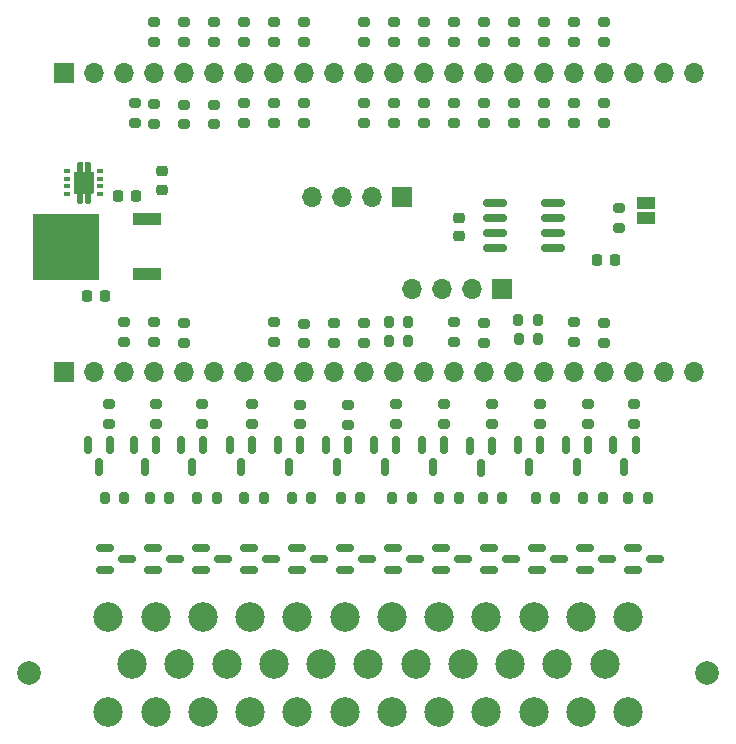
<source format=gbr>
%TF.GenerationSoftware,KiCad,Pcbnew,8.0.8*%
%TF.CreationDate,2025-02-23T18:35:03+01:00*%
%TF.ProjectId,espio,65737069-6f2e-46b6-9963-61645f706362,rev?*%
%TF.SameCoordinates,Original*%
%TF.FileFunction,Soldermask,Top*%
%TF.FilePolarity,Negative*%
%FSLAX46Y46*%
G04 Gerber Fmt 4.6, Leading zero omitted, Abs format (unit mm)*
G04 Created by KiCad (PCBNEW 8.0.8) date 2025-02-23 18:35:03*
%MOMM*%
%LPD*%
G01*
G04 APERTURE LIST*
G04 Aperture macros list*
%AMRoundRect*
0 Rectangle with rounded corners*
0 $1 Rounding radius*
0 $2 $3 $4 $5 $6 $7 $8 $9 X,Y pos of 4 corners*
0 Add a 4 corners polygon primitive as box body*
4,1,4,$2,$3,$4,$5,$6,$7,$8,$9,$2,$3,0*
0 Add four circle primitives for the rounded corners*
1,1,$1+$1,$2,$3*
1,1,$1+$1,$4,$5*
1,1,$1+$1,$6,$7*
1,1,$1+$1,$8,$9*
0 Add four rect primitives between the rounded corners*
20,1,$1+$1,$2,$3,$4,$5,0*
20,1,$1+$1,$4,$5,$6,$7,0*
20,1,$1+$1,$6,$7,$8,$9,0*
20,1,$1+$1,$8,$9,$2,$3,0*%
%AMFreePoly0*
4,1,45,0.895355,0.795355,0.910000,0.760000,0.910000,0.560000,1.690000,0.560000,1.725355,0.545355,1.740000,0.510000,1.740000,0.140000,1.725355,0.104645,1.690000,0.090000,0.920000,0.090000,0.920000,-0.090000,1.690000,-0.090000,1.725355,-0.104645,1.740000,-0.140000,1.740000,-0.510000,1.725355,-0.545355,1.690000,-0.560000,0.940000,-0.560000,0.940000,-0.760000,0.925355,-0.795355,
0.890000,-0.810000,-0.900000,-0.810000,-0.935355,-0.795355,-0.950000,-0.760000,-0.950000,-0.560000,-1.710000,-0.560000,-1.745355,-0.545355,-1.760000,-0.510000,-1.760000,-0.140000,-1.745355,-0.104645,-1.710000,-0.090000,-0.930000,-0.090000,-0.930000,0.090000,-1.710000,0.090000,-1.745355,0.104645,-1.760000,0.140000,-1.760000,0.510000,-1.745355,0.545355,-1.710000,0.560000,-0.940000,0.560000,
-0.940000,0.760000,-0.925355,0.795355,-0.890000,0.810000,0.860000,0.810000,0.895355,0.795355,0.895355,0.795355,$1*%
G04 Aperture macros list end*
%ADD10RoundRect,0.200000X-0.200000X-0.275000X0.200000X-0.275000X0.200000X0.275000X-0.200000X0.275000X0*%
%ADD11RoundRect,0.200000X0.200000X0.275000X-0.200000X0.275000X-0.200000X-0.275000X0.200000X-0.275000X0*%
%ADD12RoundRect,0.200000X-0.275000X0.200000X-0.275000X-0.200000X0.275000X-0.200000X0.275000X0.200000X0*%
%ADD13RoundRect,0.225000X-0.225000X-0.250000X0.225000X-0.250000X0.225000X0.250000X-0.225000X0.250000X0*%
%ADD14RoundRect,0.150000X-0.587500X-0.150000X0.587500X-0.150000X0.587500X0.150000X-0.587500X0.150000X0*%
%ADD15RoundRect,0.150000X-0.825000X-0.150000X0.825000X-0.150000X0.825000X0.150000X-0.825000X0.150000X0*%
%ADD16RoundRect,0.225000X-0.250000X0.225000X-0.250000X-0.225000X0.250000X-0.225000X0.250000X0.225000X0*%
%ADD17R,1.700000X1.700000*%
%ADD18O,1.700000X1.700000*%
%ADD19RoundRect,0.150000X-0.150000X0.587500X-0.150000X-0.587500X0.150000X-0.587500X0.150000X0.587500X0*%
%ADD20C,2.000000*%
%ADD21C,2.500000*%
%ADD22RoundRect,0.200000X0.275000X-0.200000X0.275000X0.200000X-0.275000X0.200000X-0.275000X-0.200000X0*%
%ADD23R,0.600000X0.380000*%
%ADD24FreePoly0,270.000000*%
%ADD25R,1.500000X1.000000*%
%ADD26R,2.410000X0.980000*%
%ADD27R,5.710000X5.550000*%
%ADD28RoundRect,0.225000X0.250000X-0.225000X0.250000X0.225000X-0.250000X0.225000X-0.250000X-0.225000X0*%
G04 APERTURE END LIST*
D10*
%TO.C,R71*%
X154052000Y-101540000D03*
X152402000Y-101540000D03*
%TD*%
%TO.C,R70*%
X154027000Y-99940000D03*
X152377000Y-99940000D03*
%TD*%
D11*
%TO.C,R69*%
X141377000Y-100140000D03*
X143027000Y-100140000D03*
%TD*%
%TO.C,R68*%
X141377000Y-101740000D03*
X143027000Y-101740000D03*
%TD*%
D12*
%TO.C,R39*%
X152019000Y-74740000D03*
X152019000Y-76390000D03*
%TD*%
%TO.C,R44*%
X146939000Y-81598000D03*
X146939000Y-83248000D03*
%TD*%
%TO.C,R9*%
X131699000Y-100140000D03*
X131699000Y-101790000D03*
%TD*%
%TO.C,R16*%
X139319000Y-81598000D03*
X139319000Y-83248000D03*
%TD*%
%TO.C,R7*%
X136779000Y-100204000D03*
X136779000Y-101854000D03*
%TD*%
%TO.C,R15*%
X139319000Y-74740000D03*
X139319000Y-76390000D03*
%TD*%
D13*
%TO.C,C4*%
X118478000Y-89408000D03*
X120028000Y-89408000D03*
%TD*%
D10*
%TO.C,R62*%
X133177000Y-115040000D03*
X134827000Y-115040000D03*
%TD*%
D14*
%TO.C,Q18*%
X129570000Y-119256000D03*
X129570000Y-121156000D03*
X131445000Y-120206000D03*
%TD*%
%TO.C,Q10*%
X145826000Y-119256000D03*
X145826000Y-121156000D03*
X147701000Y-120206000D03*
%TD*%
D12*
%TO.C,R8*%
X134239000Y-100267000D03*
X134239000Y-101917000D03*
%TD*%
D10*
%TO.C,R31*%
X153852000Y-115040000D03*
X155502000Y-115040000D03*
%TD*%
D12*
%TO.C,R37*%
X154559000Y-74740000D03*
X154559000Y-76390000D03*
%TD*%
D14*
%TO.C,Q4*%
X158018000Y-119256000D03*
X158018000Y-121156000D03*
X159893000Y-120206000D03*
%TD*%
D12*
%TO.C,R41*%
X149479000Y-74740000D03*
X149479000Y-76390000D03*
%TD*%
D13*
%TO.C,C3*%
X115811000Y-97917000D03*
X117361000Y-97917000D03*
%TD*%
D12*
%TO.C,R19*%
X154178000Y-107096500D03*
X154178000Y-108746500D03*
%TD*%
D15*
%TO.C,U1*%
X150368000Y-90043000D03*
X150368000Y-91313000D03*
X150368000Y-92583000D03*
X150368000Y-93853000D03*
X155318000Y-93853000D03*
X155318000Y-92583000D03*
X155318000Y-91313000D03*
X155318000Y-90043000D03*
%TD*%
D12*
%TO.C,R20*%
X150114000Y-107096500D03*
X150114000Y-108746500D03*
%TD*%
D16*
%TO.C,C5*%
X122174000Y-87363000D03*
X122174000Y-88913000D03*
%TD*%
D17*
%TO.C,U3*%
X113919000Y-104392000D03*
D18*
X116459000Y-104392000D03*
X118999000Y-104392000D03*
X121539000Y-104392000D03*
X124079000Y-104392000D03*
X126619000Y-104392000D03*
X129159000Y-104392000D03*
X131699000Y-104392000D03*
X134239000Y-104392000D03*
X136779000Y-104392000D03*
X139319000Y-104392000D03*
X141859000Y-104392000D03*
X144399000Y-104392000D03*
X146939000Y-104392000D03*
X149479000Y-104392000D03*
X152019000Y-104392000D03*
X154559000Y-104392000D03*
X157099000Y-104392000D03*
X159639000Y-104392000D03*
X162179000Y-104392000D03*
X164719000Y-104392000D03*
X167259000Y-104392000D03*
%TD*%
D12*
%TO.C,R34*%
X159639000Y-81598000D03*
X159639000Y-83248000D03*
%TD*%
D10*
%TO.C,R59*%
X145677000Y-115040000D03*
X147327000Y-115040000D03*
%TD*%
D19*
%TO.C,Q11*%
X142047000Y-110540000D03*
X140147000Y-110540000D03*
X141097000Y-112415000D03*
%TD*%
D12*
%TO.C,R24*%
X133858000Y-107127500D03*
X133858000Y-108777500D03*
%TD*%
%TO.C,R1*%
X162179000Y-107096500D03*
X162179000Y-108746500D03*
%TD*%
D20*
%TO.C,P1*%
X110967000Y-129815000D03*
X168367000Y-129815000D03*
D21*
X117667000Y-125095000D03*
X121667000Y-125095000D03*
X125667000Y-125095000D03*
X129667000Y-125095000D03*
X133667000Y-125095000D03*
X137667000Y-125095000D03*
X141667000Y-125095000D03*
X145667000Y-125095000D03*
X149667000Y-125095000D03*
X153667000Y-125095000D03*
X157667000Y-125095000D03*
X161667000Y-125095000D03*
X119667000Y-129095000D03*
X123667000Y-129095000D03*
X127667000Y-129095000D03*
X131667000Y-129095000D03*
X135667000Y-129095000D03*
X139667000Y-129095000D03*
X143667000Y-129095000D03*
X147667000Y-129095000D03*
X151667000Y-129095000D03*
X155667000Y-129095000D03*
X159667000Y-129095000D03*
X117667000Y-133095000D03*
X121667000Y-133095000D03*
X125667000Y-133095000D03*
X129667000Y-133095000D03*
X133667000Y-133095000D03*
X137667000Y-133095000D03*
X141667000Y-133095000D03*
X145667000Y-133095000D03*
X149667000Y-133095000D03*
X153667000Y-133095000D03*
X157667000Y-133095000D03*
X161667000Y-133095000D03*
%TD*%
D12*
%TO.C,R46*%
X144399000Y-81598000D03*
X144399000Y-83248000D03*
%TD*%
D22*
%TO.C,R17*%
X119888000Y-83248000D03*
X119888000Y-81598000D03*
%TD*%
D12*
%TO.C,R35*%
X157099000Y-74740000D03*
X157099000Y-76390000D03*
%TD*%
%TO.C,R55*%
X129159000Y-74740000D03*
X129159000Y-76390000D03*
%TD*%
D14*
%TO.C,Q6*%
X153954000Y-119256000D03*
X153954000Y-121156000D03*
X155829000Y-120206000D03*
%TD*%
D10*
%TO.C,R60*%
X141677000Y-115040000D03*
X143327000Y-115040000D03*
%TD*%
D12*
%TO.C,R63*%
X160906000Y-90488000D03*
X160906000Y-92138000D03*
%TD*%
D10*
%TO.C,R32*%
X149352000Y-115040000D03*
X151002000Y-115040000D03*
%TD*%
D14*
%TO.C,Q24*%
X117378000Y-119256000D03*
X117378000Y-121156000D03*
X119253000Y-120206000D03*
%TD*%
D12*
%TO.C,R22*%
X141986000Y-107096500D03*
X141986000Y-108746500D03*
%TD*%
D14*
%TO.C,Q12*%
X141762000Y-119256000D03*
X141762000Y-121156000D03*
X143637000Y-120206000D03*
%TD*%
D23*
%TO.C,U5*%
X114173000Y-87341000D03*
X114173000Y-87991000D03*
X114173000Y-88631000D03*
X114173000Y-89281000D03*
X116973000Y-89281000D03*
X116973000Y-88631000D03*
X116973000Y-87991000D03*
X116973000Y-87341000D03*
D24*
X115573000Y-88311000D03*
%TD*%
D12*
%TO.C,R6*%
X139319000Y-100204000D03*
X139319000Y-101854000D03*
%TD*%
%TO.C,R36*%
X157099000Y-81598000D03*
X157099000Y-83248000D03*
%TD*%
D17*
%TO.C,U2*%
X113919000Y-78994000D03*
D18*
X116459000Y-78994000D03*
X118999000Y-78994000D03*
X121539000Y-78994000D03*
X124079000Y-78994000D03*
X126619000Y-78994000D03*
X129159000Y-78994000D03*
X131699000Y-78994000D03*
X134239000Y-78994000D03*
X136779000Y-78994000D03*
X139319000Y-78994000D03*
X141859000Y-78994000D03*
X144399000Y-78994000D03*
X146939000Y-78994000D03*
X149479000Y-78994000D03*
X152019000Y-78994000D03*
X154559000Y-78994000D03*
X157099000Y-78994000D03*
X159639000Y-78994000D03*
X162179000Y-78994000D03*
X164719000Y-78994000D03*
X167259000Y-78994000D03*
%TD*%
D12*
%TO.C,R13*%
X134239000Y-81598000D03*
X134239000Y-83248000D03*
%TD*%
%TO.C,R49*%
X121539000Y-74740000D03*
X121539000Y-76390000D03*
%TD*%
D10*
%TO.C,R61*%
X137352000Y-115040000D03*
X139002000Y-115040000D03*
%TD*%
D12*
%TO.C,R38*%
X154559000Y-81598000D03*
X154559000Y-83248000D03*
%TD*%
%TO.C,R45*%
X144399000Y-74740000D03*
X144399000Y-76390000D03*
%TD*%
D19*
%TO.C,Q13*%
X137983000Y-110540000D03*
X136083000Y-110540000D03*
X137033000Y-112415000D03*
%TD*%
D10*
%TO.C,R65*%
X125177000Y-115040000D03*
X126827000Y-115040000D03*
%TD*%
D12*
%TO.C,R28*%
X117729000Y-107096500D03*
X117729000Y-108746500D03*
%TD*%
%TO.C,R33*%
X159639000Y-74740000D03*
X159639000Y-76390000D03*
%TD*%
D14*
%TO.C,Q8*%
X149890000Y-119256000D03*
X149890000Y-121156000D03*
X151765000Y-120206000D03*
%TD*%
D10*
%TO.C,R67*%
X117352000Y-115040000D03*
X119002000Y-115040000D03*
%TD*%
D19*
%TO.C,Q19*%
X125664000Y-110540000D03*
X123764000Y-110540000D03*
X124714000Y-112415000D03*
%TD*%
%TO.C,Q5*%
X154239000Y-110555500D03*
X152339000Y-110555500D03*
X153289000Y-112430500D03*
%TD*%
D14*
%TO.C,Q16*%
X133634000Y-119256000D03*
X133634000Y-121156000D03*
X135509000Y-120206000D03*
%TD*%
D10*
%TO.C,R64*%
X129177000Y-115040000D03*
X130827000Y-115040000D03*
%TD*%
D19*
%TO.C,Q9*%
X146111000Y-110540000D03*
X144211000Y-110540000D03*
X145161000Y-112415000D03*
%TD*%
D25*
%TO.C,JP1*%
X163192000Y-91328000D03*
X163192000Y-90028000D03*
%TD*%
D12*
%TO.C,R3*%
X157099000Y-100140000D03*
X157099000Y-101790000D03*
%TD*%
%TO.C,R42*%
X149479000Y-81598000D03*
X149479000Y-83248000D03*
%TD*%
%TO.C,R25*%
X129794000Y-107096500D03*
X129794000Y-108746500D03*
%TD*%
%TO.C,R2*%
X159639000Y-100204000D03*
X159639000Y-101854000D03*
%TD*%
%TO.C,R48*%
X141859000Y-81598000D03*
X141859000Y-83248000D03*
%TD*%
D19*
%TO.C,Q15*%
X133919000Y-110540000D03*
X132019000Y-110540000D03*
X132969000Y-112415000D03*
%TD*%
D12*
%TO.C,R43*%
X146939000Y-74740000D03*
X146939000Y-76390000D03*
%TD*%
D26*
%TO.C,U4*%
X120895000Y-96016000D03*
D27*
X114055000Y-93726000D03*
D26*
X120895000Y-91436000D03*
%TD*%
D12*
%TO.C,R53*%
X126619000Y-74740000D03*
X126619000Y-76390000D03*
%TD*%
D19*
%TO.C,Q7*%
X150175000Y-110583500D03*
X148275000Y-110583500D03*
X149225000Y-112458500D03*
%TD*%
D12*
%TO.C,R47*%
X141859000Y-74740000D03*
X141859000Y-76390000D03*
%TD*%
D10*
%TO.C,R66*%
X121177000Y-115040000D03*
X122827000Y-115040000D03*
%TD*%
D12*
%TO.C,R52*%
X124079000Y-81725000D03*
X124079000Y-83375000D03*
%TD*%
%TO.C,R11*%
X121539000Y-100140000D03*
X121539000Y-101790000D03*
%TD*%
%TO.C,R4*%
X149479000Y-100204000D03*
X149479000Y-101854000D03*
%TD*%
D19*
%TO.C,Q1*%
X162301000Y-110540000D03*
X160401000Y-110540000D03*
X161351000Y-112415000D03*
%TD*%
D10*
%TO.C,R30*%
X157852000Y-115040000D03*
X159502000Y-115040000D03*
%TD*%
D14*
%TO.C,Q20*%
X125506000Y-119256000D03*
X125506000Y-121156000D03*
X127381000Y-120206000D03*
%TD*%
D12*
%TO.C,R56*%
X129159000Y-81598000D03*
X129159000Y-83248000D03*
%TD*%
D14*
%TO.C,Q22*%
X121442000Y-119256000D03*
X121442000Y-121156000D03*
X123317000Y-120206000D03*
%TD*%
D19*
%TO.C,Q17*%
X129855000Y-110540000D03*
X127955000Y-110540000D03*
X128905000Y-112415000D03*
%TD*%
D12*
%TO.C,R23*%
X137922000Y-107160500D03*
X137922000Y-108810500D03*
%TD*%
%TO.C,R58*%
X131699000Y-81598000D03*
X131699000Y-83248000D03*
%TD*%
%TO.C,R5*%
X146939000Y-100140000D03*
X146939000Y-101790000D03*
%TD*%
%TO.C,R10*%
X124079000Y-100204000D03*
X124079000Y-101854000D03*
%TD*%
D28*
%TO.C,C2*%
X147317000Y-92850000D03*
X147317000Y-91300000D03*
%TD*%
D12*
%TO.C,R27*%
X121666000Y-107096500D03*
X121666000Y-108746500D03*
%TD*%
%TO.C,R18*%
X158242000Y-107096500D03*
X158242000Y-108746500D03*
%TD*%
%TO.C,R26*%
X125603000Y-107096500D03*
X125603000Y-108746500D03*
%TD*%
D13*
%TO.C,C1*%
X158988000Y-94869000D03*
X160538000Y-94869000D03*
%TD*%
D12*
%TO.C,R51*%
X124079000Y-74740000D03*
X124079000Y-76390000D03*
%TD*%
D19*
%TO.C,Q23*%
X117790000Y-110540000D03*
X115890000Y-110540000D03*
X116840000Y-112415000D03*
%TD*%
D14*
%TO.C,Q14*%
X137698000Y-119256000D03*
X137698000Y-121156000D03*
X139573000Y-120206000D03*
%TD*%
D12*
%TO.C,R50*%
X121539000Y-81661000D03*
X121539000Y-83311000D03*
%TD*%
D10*
%TO.C,R29*%
X161677000Y-115040000D03*
X163327000Y-115040000D03*
%TD*%
D19*
%TO.C,Q21*%
X121727000Y-110540000D03*
X119827000Y-110540000D03*
X120777000Y-112415000D03*
%TD*%
%TO.C,Q3*%
X158303000Y-110540000D03*
X156403000Y-110540000D03*
X157353000Y-112415000D03*
%TD*%
D12*
%TO.C,R57*%
X131699000Y-74740000D03*
X131699000Y-76390000D03*
%TD*%
%TO.C,R54*%
X126619000Y-81725000D03*
X126619000Y-83375000D03*
%TD*%
%TO.C,R40*%
X152019000Y-81598000D03*
X152019000Y-83248000D03*
%TD*%
D14*
%TO.C,Q2*%
X162052000Y-119256000D03*
X162052000Y-121156000D03*
X163927000Y-120206000D03*
%TD*%
D12*
%TO.C,R21*%
X146050000Y-107096500D03*
X146050000Y-108746500D03*
%TD*%
%TO.C,R14*%
X134239000Y-74740000D03*
X134239000Y-76390000D03*
%TD*%
%TO.C,R12*%
X118999000Y-100140000D03*
X118999000Y-101790000D03*
%TD*%
D17*
%TO.C,J2*%
X150993000Y-97282000D03*
D18*
X148453000Y-97282000D03*
X145913000Y-97282000D03*
X143373000Y-97282000D03*
%TD*%
D17*
%TO.C,J1*%
X142484000Y-89535000D03*
D18*
X139944000Y-89535000D03*
X137404000Y-89535000D03*
X134864000Y-89535000D03*
%TD*%
M02*

</source>
